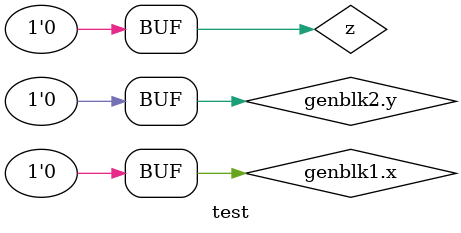
<source format=v>
`default_nettype none
module test;
	localparam OFF = 0;
	generate
		if (OFF) ;
		else wire x;
		if (!OFF) wire y;
		else ;
		if (OFF) ;
		else ;
		if (OFF) ;
		wire z;
	endgenerate
	assign genblk1.x = 0;
	assign genblk2.y = 0;
	assign z = 0;
endmodule

</source>
